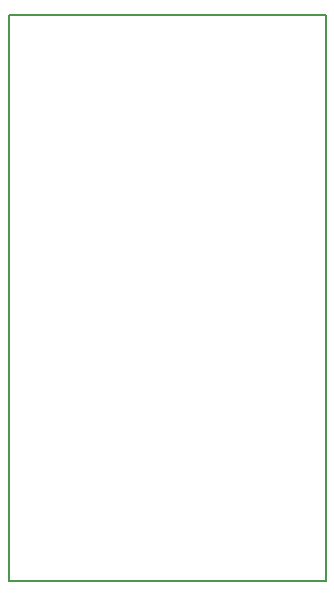
<source format=gbr>
%TF.GenerationSoftware,KiCad,Pcbnew,7.0.8*%
%TF.CreationDate,2023-10-19T11:53:08-06:00*%
%TF.ProjectId,air_station_1v5,6169725f-7374-4617-9469-6f6e5f317635,rev?*%
%TF.SameCoordinates,Original*%
%TF.FileFunction,Other,User*%
%FSLAX46Y46*%
G04 Gerber Fmt 4.6, Leading zero omitted, Abs format (unit mm)*
G04 Created by KiCad (PCBNEW 7.0.8) date 2023-10-19 11:53:08*
%MOMM*%
%LPD*%
G01*
G04 APERTURE LIST*
%ADD10C,0.150000*%
G04 APERTURE END LIST*
D10*
X75927468Y-52688899D02*
X102743000Y-52688899D01*
X102743000Y-100584000D01*
X75927468Y-100584000D01*
X75927468Y-52688899D01*
M02*

</source>
